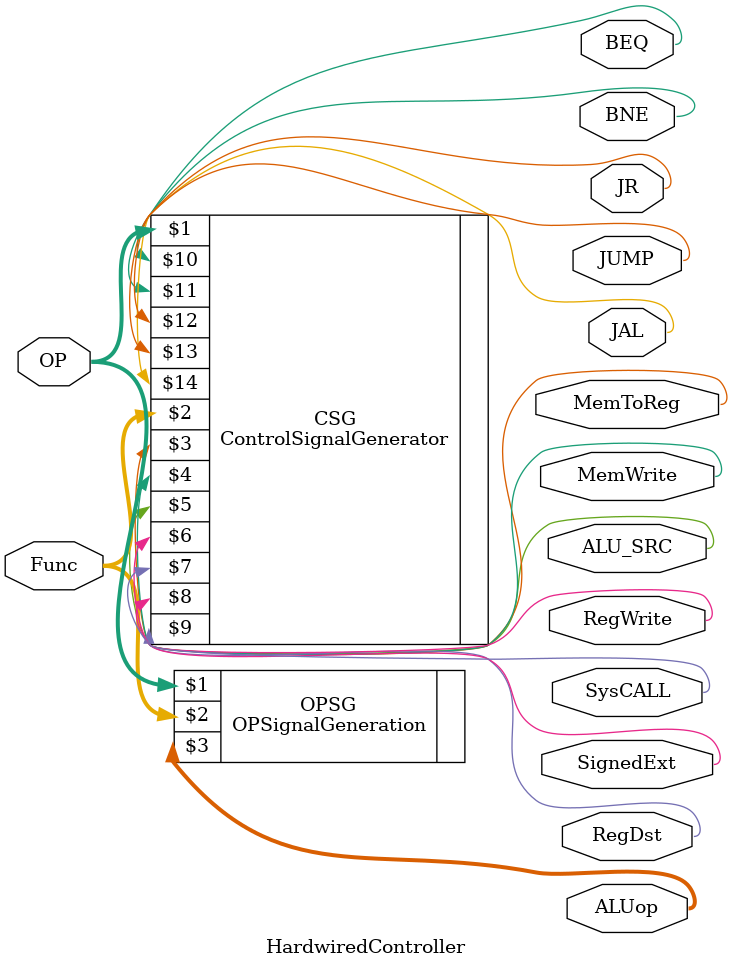
<source format=v>
`timescale 1ns / 1ps


module HardwiredController(OP,
                           Func,
                           MemToReg,
                           MemWrite,
                           ALU_SRC,
                           RegWrite,
                           SysCALL,
                           SignedExt,
                           RegDst,
                           BEQ,
                           BNE,
                           JR,
                           JUMP,
                           JAL,
                           ALUop

    );
    
    input [5:0] OP;
    input [5:0] Func;
    output wire MemToReg;
    output wire MemWrite;
    output wire ALU_SRC;
    output wire RegWrite;
    output wire SysCALL;
    output wire SignedExt;
    output wire RegDst;
    output wire BEQ;
    output wire BNE;
    output wire JR;
    output wire JUMP;
    output wire JAL;
    output wire [3:0] ALUop;
    
    ControlSignalGenerator CSG(OP,
                           Func,
                           MemToReg,
                           MemWrite,
                           ALU_SRC,
                           RegWrite,
                           SysCALL,
                           SignedExt,
                           RegDst,
                           BEQ,
                           BNE,
                           JR,
                           JUMP,
                           JAL);
    OPSignalGeneration OPSG(OP,
                           Func,
                           ALUop);
    
endmodule

</source>
